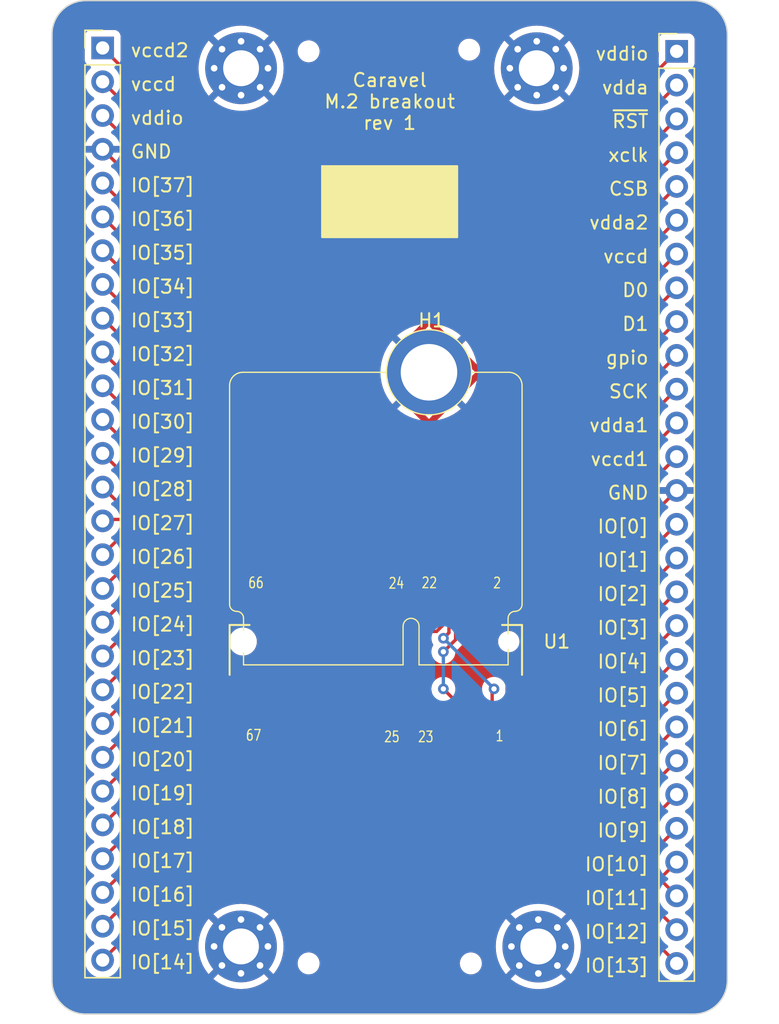
<source format=kicad_pcb>
(kicad_pcb (version 20221018) (generator pcbnew)
  (layers (0 "F.Cu" signal) (31 "B.Cu" signal) (34 "B.Paste" user) (35 "F.Paste" user) (36 "B.SilkS" user "B.Silkscreen") (37 "F.SilkS" user "F.Silkscreen") (38 "B.Mask" user) (39 "F.Mask" user) (44 "Edge.Cuts" user))
  (net 0 "")
  (net 1 "mprj_io[14]")
  (net 2 "mprj_io[15]")
  (net 3 "mprj_io[16]")
  (net 4 "mprj_io[17]")
  (net 5 "mprj_io[18]")
  (net 6 "mprj_io[19]")
  (net 7 "mprj_io[20]")
  (net 8 "mprj_io[21]")
  (net 9 "mprj_io[22]")
  (net 10 "mprj_io[23]")
  (net 11 "mprj_io[24]")
  (net 12 "mprj_io[25]")
  (net 13 "mprj_io[26]")
  (net 14 "mprj_io[27]")
  (net 15 "mprj_io[28]")
  (net 16 "mprj_io[29]")
  (net 17 "mprj_io[30]")
  (net 18 "mprj_io[31]")
  (net 19 "mprj_io[32]")
  (net 20 "mprj_io[33]")
  (net 21 "mprj_io[34]")
  (net 22 "mprj_io[35]")
  (net 23 "mprj_io[36]")
  (net 24 "mprj_io[37]")
  (net 25 "GND")
  (net 26 "vddio")
  (net 27 "vccd")
  (net 28 "mprj_io[13]")
  (net 29 "mprj_io[12]")
  (net 30 "mprj_io[11]")
  (net 31 "mprj_io[10]")
  (net 32 "mprj_io[9]")
  (net 33 "mprj_io[8]")
  (net 34 "mprj_io[7]")
  (net 35 "mprj_io[6]_ser_tx")
  (net 36 "mprj_io[5]_ser_rx")
  (net 37 "mprj_io[4]_SCK")
  (net 38 "mprj_io[3]_CSB")
  (net 39 "mprj_io[2]_SDI")
  (net 40 "mprj_io[1]_SDO")
  (net 41 "mprj_io[0]")
  (net 42 "vccd1")
  (net 43 "vdda1")
  (net 44 "Caravel_SCK")
  (net 45 "gpio")
  (net 46 "Caravel_D1")
  (net 47 "vccd2")
  (net 48 "Caravel_D0")
  (net 49 "vdda2")
  (net 50 "Caravel_CSB")
  (net 51 "xclk")
  (net 52 "~{RST}")
  (net 53 "vdda")
  (footprint "MountingHole:MountingHole_2.7mm_M2.5_Pad_Via" (layer "F.Cu") (at 115.817 121.913)
    (fp_text reference "H4" hide)
    (fp_text value "MountingHole")
  )
  (footprint "Fiducial:Fiducial_1mm_Mask3mm" (layer "F.Cu") (at 118.364 60.96)
    (fp_text reference "FID1" hide)
    (fp_text value "Fiducial")
  )
  (footprint "MountingHole:MountingHole_2.7mm_M2.5_Pad_Via" (layer "F.Cu") (at 138.183 121.92)
    (fp_text reference "H5" hide)
    (fp_text value "MountingHole")
  )
  (footprint "user:MicroMod-Standoff-SMTSO" (layer "F.Cu") (at 129.958825 78.742461)
    (fp_text reference "H1")
    (fp_text value "MICROMOD-Standoff-SMTSO")
  )
  (footprint "Fiducial:Fiducial_1mm_Mask3mm" (layer "F.Cu") (at 135.396 61.087)
    (fp_text reference "FID2" hide)
    (fp_text value "Fiducial")
  )
  (footprint "MountingHole:MountingHole_2.7mm_M2.5_Pad_Via" (layer "F.Cu") (at 115.824 55.88)
    (fp_text reference "H2" hide)
    (fp_text value "MountingHole")
  )
  (footprint "Fiducial:Fiducial_1mm_Mask3mm" (layer "F.Cu") (at 118.364 116.84)
    (fp_text reference "FID3" hide)
    (fp_text value "Fiducial")
  )
  (footprint "Connector_PinHeader_2.54mm:PinHeader_1x28_P2.54mm_Vertical" (layer "F.Cu") (at 148.59 54.61)
    (fp_text reference "J2" hide)
    (fp_text value "Conn_01x28_Female")
  )
  (footprint "user:M.2-CONNECTOR-E" (layer "F.Cu") (at 125.96 98.992272)
    (fp_text reference "U1")
    (fp_text value "caravel-M.2-card" hide)
  )
  (footprint "user:ToolingHole-JLCSMT" (layer "F.Cu") (at 133.11 123.19)
    (fp_text reference "H9" hide)
    (fp_text value "ToolingHole")
  )
  (footprint "user:ToolingHole-JLCSMT" (layer "F.Cu") (at 120.904 54.61)
    (fp_text reference "H6" hide)
    (fp_text value "ToolingHole")
  )
  (footprint "user:ToolingHole-JLCSMT" (layer "F.Cu") (at 132.983 54.483)
    (fp_text reference "H7" hide)
    (fp_text value "ToolingHole")
  )
  (footprint "user:ToolingHole-JLCSMT" (layer "F.Cu") (at 120.904 123.19)
    (fp_text reference "H8" hide)
    (fp_text value "ToolingHole")
  )
  (footprint "MountingHole:MountingHole_2.7mm_M2.5_Pad_Via" (layer "F.Cu") (at 138.063 55.88)
    (fp_text reference "H3" hide)
    (fp_text value "MountingHole")
  )
  (footprint "Connector_PinHeader_2.54mm:PinHeader_1x28_P2.54mm_Vertical" (layer "F.Cu") (at 105.41 54.356)
    (fp_text reference "J1" hide)
    (fp_text value "Conn_01x28_Female")
  )
  (gr_rect (start 121.92 63.246) (end 132.08 68.58) (stroke (width 0.15)) (fill solid) (layer "F.SilkS"))
  (gr_arc (start 104.14 127) (mid 102.343949 126.256051) (end 101.6 124.46) (stroke (width 0.1)) (layer "Edge.Cuts"))
  (gr_line (start 101.6 124.46) (end 101.6 53.34) (stroke (width 0.1)) (layer "Edge.Cuts"))
  (gr_arc (start 149.86 50.8) (mid 151.656051 51.543949) (end 152.4 53.34) (stroke (width 0.1)) (layer "Edge.Cuts"))
  (gr_line (start 104.14 50.8) (end 149.86 50.8) (stroke (width 0.1)) (layer "Edge.Cuts"))
  (gr_arc (start 101.6 53.34) (mid 102.343949 51.543949) (end 104.14 50.8) (stroke (width 0.1)) (layer "Edge.Cuts"))
  (gr_arc (start 152.4 124.46) (mid 151.656051 126.256051) (end 149.86 127) (stroke (width 0.1)) (layer "Edge.Cuts"))
  (gr_line (start 152.4 53.34) (end 152.4 124.46) (stroke (width 0.1)) (layer "Edge.Cuts"))
  (gr_line (start 149.86 127) (end 104.14 127) (stroke (width 0.1)) (layer "Edge.Cuts"))
  (gr_text "IO[32]" (at 107.442 77.978) (layer "F.SilkS") (effects (font (size 1 1)) (justify left bottom)))
  (gr_text "IO[10]" (at 146.558 116.332) (layer "F.SilkS") (effects (font (size 1 1)) (justify right bottom)))
  (gr_text "GND" (at 107.442 62.738) (layer "F.SilkS") (effects (font (size 1 1)) (justify left bottom)))
  (gr_text "vccd2" (at 107.442 55.118) (layer "F.SilkS") (effects (font (size 1 1)) (justify left bottom)))
  (gr_text "vccd1" (at 146.558 85.852) (layer "F.SilkS") (effects (font (size 1 1)) (justify right bottom)))
  (gr_text "IO[17]" (at 107.442 116.078) (layer "F.SilkS") (effects (font (size 1 1)) (justify left bottom)))
  (gr_text "IO[35]" (at 107.442 70.358) (layer "F.SilkS") (effects (font (size 1 1)) (justify left bottom)))
  (gr_text "vccd" (at 107.442 57.658) (layer "F.SilkS") (effects (font (size 1 1)) (justify left bottom)))
  (gr_text "IO[19]" (at 107.442 110.998) (layer "F.SilkS") (effects (font (size 1 1)) (justify left bottom)))
  (gr_text "IO[21]" (at 107.442 105.918) (layer "F.SilkS") (effects (font (size 1 1)) (justify left bottom)))
  (gr_text "IO[11]" (at 146.558 118.872) (layer "F.SilkS") (effects (font (size 1 1)) (justify right bottom)))
  (gr_text "vdda1" (at 146.558 83.312) (layer "F.SilkS") (effects (font (size 1 1)) (justify right bottom)))
  (gr_text "GND" (at 146.558 88.392) (layer "F.SilkS") (effects (font (size 1 1)) (justify right bottom)))
  (gr_text "IO[1]" (at 146.558 93.472) (layer "F.SilkS") (effects (font (size 1 1)) (justify right bottom)))
  (gr_text "IO[18]" (at 107.442 113.538) (layer "F.SilkS") (effects (font (size 1 1)) (justify left bottom)))
  (gr_text "D0" (at 146.558 73.152) (layer "F.SilkS") (effects (font (size 1 1)) (justify right bottom)))
  (gr_text "IO[34]" (at 107.442 72.898) (layer "F.SilkS") (effects (font (size 1 1)) (justify left bottom)))
  (gr_text "IO[4]" (at 146.558 101.092) (layer "F.SilkS") (effects (font (size 1 1)) (justify right bottom)))
  (gr_text "IO[3]" (at 146.558 98.552) (layer "F.SilkS") (effects (font (size 1 1)) (justify right bottom)))
  (gr_text "vddio" (at 107.442 60.198) (layer "F.SilkS") (effects (font (size 1 1)) (justify left bottom)))
  (gr_text "IO[2]" (at 146.558 96.012) (layer "F.SilkS") (effects (font (size 1 1)) (justify right bottom)))
  (gr_text "~{RST}" (at 146.558 60.452) (layer "F.SilkS") (effects (font (size 1 1)) (justify right bottom)))
  (gr_text "IO[0]" (at 146.558 90.932) (layer "F.SilkS") (effects (font (size 1 1)) (justify right bottom)))
  (gr_text "IO[9]" (at 146.558 113.792) (layer "F.SilkS") (effects (font (size 1 1)) (justify right bottom)))
  (gr_text "IO[16]" (at 107.442 118.618) (layer "F.SilkS") (effects (font (size 1 1)) (justify left bottom)))
  (gr_text "IO[33]" (at 107.442 75.438) (layer "F.SilkS") (effects (font (size 1 1)) (justify left bottom)))
  (gr_text "IO[15]" (at 107.442 121.158) (layer "F.SilkS") (effects (font (size 1 1)) (justify left bottom)))
  (gr_text "IO[25]" (at 107.442 95.758) (layer "F.SilkS") (effects (font (size 1 1)) (justify left bottom)))
  (gr_text "SCK" (at 146.558 80.772) (layer "F.SilkS") (effects (font (size 1 1)) (justify right bottom)))
  (gr_text "vdda" (at 146.558 57.912) (layer "F.SilkS") (effects (font (size 1 1)) (justify right bottom)))
  (gr_text "IO[27]" (at 107.442 90.678) (layer "F.SilkS") (effects (font (size 1 1)) (justify left bottom)))
  (gr_text "IO[31]" (at 107.442 80.518) (layer "F.SilkS") (effects (font (size 1 1)) (justify left bottom)))
  (gr_text "Caravel\nM.2 breakout\nrev 1" (at 127 60.579) (layer "F.SilkS") (effects (font (size 1 1)) (justify bottom)))
  (gr_text "IO[30]" (at 107.442 83.058) (layer "F.SilkS") (effects (font (size 1 1)) (justify left bottom)))
  (gr_text "IO[6]" (at 146.558 106.172) (layer "F.SilkS") (effects (font (size 1 1)) (justify right bottom)))
  (gr_text "IO[37]" (at 107.442 65.278) (layer "F.SilkS") (effects (font (size 1 1)) (justify left bottom)))
  (gr_text "vddio" (at 146.558 55.372) (layer "F.SilkS") (effects (font (size 1 1)) (justify right bottom)))
  (gr_text "IO[12]" (at 146.558 121.412) (layer "F.SilkS") (effects (font (size 1 1)) (justify right bottom)))
  (gr_text "IO[7]" (at 146.558 108.712) (layer "F.SilkS") (effects (font (size 1 1)) (justify right bottom)))
  (gr_text "CSB" (at 146.558 65.532) (layer "F.SilkS") (effects (font (size 1 1)) (justify right bottom)))
  (gr_text "IO[22]" (at 107.442 103.378) (layer "F.SilkS") (effects (font (size 1 1)) (justify left bottom)))
  (gr_text "vdda2" (at 146.558 68.072) (layer "F.SilkS") (effects (font (size 1 1)) (justify right bottom)))
  (gr_text "xclk" (at 146.558 62.992) (layer "F.SilkS") (effects (font (size 1 1)) (justify right bottom)))
  (gr_text "IO[20]" (at 107.442 108.458) (layer "F.SilkS") (effects (font (size 1 1)) (justify left bottom)))
  (gr_text "IO[28]" (at 107.442 88.138) (layer "F.SilkS") (effects (font (size 1 1)) (justify left bottom)))
  (gr_text "IO[29]" (at 107.442 85.598) (layer "F.SilkS") (effects (font (size 1 1)) (justify left bottom)))
  (gr_text "IO[23]" (at 107.442 100.838) (layer "F.SilkS") (effects (font (size 1 1)) (justify left bottom)))
  (gr_text "IO[26]" (at 107.442 93.218) (layer "F.SilkS") (effects (font (size 1 1)) (justify left bottom)))
  (gr_text "IO[24]" (at 107.442 98.298) (layer "F.SilkS") (effects (font (size 1 1)) (justify left bottom)))
  (gr_text "IO[8]" (at 146.558 111.252) (layer "F.SilkS") (effects (font (size 1 1)) (justify right bottom)))
  (gr_text "IO[36]" (at 107.442 67.818) (layer "F.SilkS") (effects (font (size 1 1)) (justify left bottom)))
  (gr_text "vccd" (at 146.558 70.612) (layer "F.SilkS") (effects (font (size 1 1)) (justify right bottom)))
  (gr_text "D1" (at 146.558 75.692) (layer "F.SilkS") (effects (font (size 1 1)) (justify right bottom)))
  (gr_text "gpio" (at 146.558 78.232) (layer "F.SilkS") (effects (font (size 1 1)) (justify right bottom)))
  (gr_text "IO[5]" (at 146.558 103.632) (layer "F.SilkS") (effects (font (size 1 1)) (justify right bottom)))
  (gr_text "IO[14]" (at 107.442 123.698) (layer "F.SilkS") (effects (font (size 1 1)) (justify left bottom)))
  (gr_text "IO[13]" (at 146.558 123.952) (layer "F.SilkS") (effects (font (size 1 1)) (justify right bottom)))
  (segment (start 114.5297 113.8163) (end 105.41 122.936) (width 0.25) (layer "F.Cu") (net 1))
  (segment (start 116.96 96.717272) (end 116.96 95.834572) (width 0.25) (layer "F.Cu") (net 1))
  (segment (start 114.7837 95.690272) (end 114.5297 95.944272) (width 0.25) (layer "F.Cu") (net 1))
  (segment (start 116.96 95.834572) (end 116.8157 95.690272) (width 0.25) (layer "F.Cu") (net 1))
  (segment (start 116.8157 95.690272) (end 114.7837 95.690272) (width 0.25) (layer "F.Cu") (net 1))
  (segment (start 114.5297 95.944272) (end 114.5297 113.8163) (width 0.25) (layer "F.Cu") (net 1))
  (segment (start 114.0797 95.757876) (end 114.0797 111.7263) (width 0.25) (layer "F.Cu") (net 2))
  (segment (start 117.46 96.717272) (end 117.46 95.692272) (width 0.25) (layer "F.Cu") (net 2))
  (segment (start 117.008 95.240272) (end 114.597304 95.240272) (width 0.25) (layer "F.Cu") (net 2))
  (segment (start 114.597304 95.240272) (end 114.0797 95.757876) (width 0.25) (layer "F.Cu") (net 2))
  (segment (start 114.0797 111.7263) (end 105.41 120.396) (width 0.25) (layer "F.Cu") (net 2))
  (segment (start 117.46 95.692272) (end 117.008 95.240272) (width 0.25) (layer "F.Cu") (net 2))
  (segment (start 117.194396 94.790272) (end 114.410908 94.790272) (width 0.25) (layer "F.Cu") (net 3))
  (segment (start 117.96 95.555876) (end 117.194396 94.790272) (width 0.25) (layer "F.Cu") (net 3))
  (segment (start 117.96 96.717272) (end 117.96 95.555876) (width 0.25) (layer "F.Cu") (net 3))
  (segment (start 113.6297 95.57148) (end 113.6297 109.6363) (width 0.25) (layer "F.Cu") (net 3))
  (segment (start 114.410908 94.790272) (end 113.6297 95.57148) (width 0.25) (layer "F.Cu") (net 3))
  (segment (start 113.6297 109.6363) (end 105.41 117.856) (width 0.25) (layer "F.Cu") (net 3))
  (segment (start 117.380792 94.340272) (end 114.224512 94.340272) (width 0.25) (layer "F.Cu") (net 4))
  (segment (start 118.46 96.717272) (end 118.46 95.41948) (width 0.25) (layer "F.Cu") (net 4))
  (segment (start 118.46 95.41948) (end 117.380792 94.340272) (width 0.25) (layer "F.Cu") (net 4))
  (segment (start 113.1797 107.5463) (end 105.41 115.316) (width 0.25) (layer "F.Cu") (net 4))
  (segment (start 113.1797 95.385084) (end 113.1797 107.5463) (width 0.25) (layer "F.Cu") (net 4))
  (segment (start 114.224512 94.340272) (end 113.1797 95.385084) (width 0.25) (layer "F.Cu") (net 4))
  (segment (start 118.96 95.283084) (end 117.567188 93.890272) (width 0.25) (layer "F.Cu") (net 5))
  (segment (start 112.7297 105.4563) (end 105.41 112.776) (width 0.25) (layer "F.Cu") (net 5))
  (segment (start 118.96 96.717272) (end 118.96 95.283084) (width 0.25) (layer "F.Cu") (net 5))
  (segment (start 117.567188 93.890272) (end 114.038116 93.890272) (width 0.25) (layer "F.Cu") (net 5))
  (segment (start 112.7297 95.198688) (end 112.7297 105.4563) (width 0.25) (layer "F.Cu") (net 5))
  (segment (start 114.038116 93.890272) (end 112.7297 95.198688) (width 0.25) (layer "F.Cu") (net 5))
  (segment (start 112.2797 95.012292) (end 112.2797 103.3663) (width 0.25) (layer "F.Cu") (net 6))
  (segment (start 112.2797 103.3663) (end 105.41 110.236) (width 0.25) (layer "F.Cu") (net 6))
  (segment (start 119.46 95.146688) (end 117.717584 93.404272) (width 0.25) (layer "F.Cu") (net 6))
  (segment (start 113.88772 93.404272) (end 112.2797 95.012292) (width 0.25) (layer "F.Cu") (net 6))
  (segment (start 117.717584 93.404272) (end 113.88772 93.404272) (width 0.25) (layer "F.Cu") (net 6))
  (segment (start 119.46 96.717272) (end 119.46 95.146688) (width 0.25) (layer "F.Cu") (net 6))
  (segment (start 113.701324 92.954272) (end 111.8297 94.825896) (width 0.25) (layer "F.Cu") (net 7))
  (segment (start 119.96 95.010292) (end 117.90398 92.954272) (width 0.25) (layer "F.Cu") (net 7))
  (segment (start 111.8297 94.825896) (end 111.8297 101.2763) (width 0.25) (layer "F.Cu") (net 7))
  (segment (start 111.8297 101.2763) (end 105.41 107.696) (width 0.25) (layer "F.Cu") (net 7))
  (segment (start 119.96 96.717272) (end 119.96 95.010292) (width 0.25) (layer "F.Cu") (net 7))
  (segment (start 117.90398 92.954272) (end 113.701324 92.954272) (width 0.25) (layer "F.Cu") (net 7))
  (segment (start 120.46 94.873896) (end 118.090376 92.504272) (width 0.25) (layer "F.Cu") (net 8))
  (segment (start 120.46 96.717272) (end 120.46 94.873896) (width 0.25) (layer "F.Cu") (net 8))
  (segment (start 111.3797 94.6395) (end 111.3797 99.1863) (width 0.25) (layer "F.Cu") (net 8))
  (segment (start 113.514928 92.504272) (end 111.3797 94.6395) (width 0.25) (layer "F.Cu") (net 8))
  (segment (start 111.3797 99.1863) (end 105.41 105.156) (width 0.25) (layer "F.Cu") (net 8))
  (segment (start 118.090376 92.504272) (end 113.514928 92.504272) (width 0.25) (layer "F.Cu") (net 8))
  (segment (start 120.96 94.7375) (end 118.276772 92.054272) (width 0.25) (layer "F.Cu") (net 9))
  (segment (start 110.9297 97.0963) (end 105.41 102.616) (width 0.25) (layer "F.Cu") (net 9))
  (segment (start 118.276772 92.054272) (end 113.328532 92.054272) (width 0.25) (layer "F.Cu") (net 9))
  (segment (start 113.328532 92.054272) (end 110.9297 94.453104) (width 0.25) (layer "F.Cu") (net 9))
  (segment (start 110.9297 94.453104) (end 110.9297 97.0963) (width 0.25) (layer "F.Cu") (net 9))
  (segment (start 120.96 96.717272) (end 120.96 94.7375) (width 0.25) (layer "F.Cu") (net 9))
  (segment (start 110.4797 94.266708) (end 110.4797 95.0063) (width 0.25) (layer "F.Cu") (net 10))
  (segment (start 118.463168 91.604272) (end 113.142136 91.604272) (width 0.25) (layer "F.Cu") (net 10))
  (segment (start 121.46 96.717272) (end 121.46 94.601104) (width 0.25) (layer "F.Cu") (net 10))
  (segment (start 113.142136 91.604272) (end 110.4797 94.266708) (width 0.25) (layer "F.Cu") (net 10))
  (segment (start 121.46 94.601104) (end 118.463168 91.604272) (width 0.25) (layer "F.Cu") (net 10))
  (segment (start 110.4797 95.0063) (end 105.41 100.076) (width 0.25) (layer "F.Cu") (net 10))
  (segment (start 121.96 96.717272) (end 121.96 94.464708) (width 0.25) (layer "F.Cu") (net 11))
  (segment (start 118.649564 91.154272) (end 111.791728 91.154272) (width 0.25) (layer "F.Cu") (net 11))
  (segment (start 111.791728 91.154272) (end 105.41 97.536) (width 0.25) (layer "F.Cu") (net 11))
  (segment (start 121.96 94.464708) (end 118.649564 91.154272) (width 0.25) (layer "F.Cu") (net 11))
  (segment (start 122.46 94.328312) (end 118.83596 90.704272) (width 0.25) (layer "F.Cu") (net 12))
  (segment (start 109.701728 90.704272) (end 105.41 94.996) (width 0.25) (layer "F.Cu") (net 12))
  (segment (start 118.83596 90.704272) (end 109.701728 90.704272) (width 0.25) (layer "F.Cu") (net 12))
  (segment (start 122.46 96.717272) (end 122.46 94.328312) (width 0.25) (layer "F.Cu") (net 12))
  (segment (start 119.022356 90.254272) (end 107.611728 90.254272) (width 0.25) (layer "F.Cu") (net 13))
  (segment (start 107.611728 90.254272) (end 105.41 92.456) (width 0.25) (layer "F.Cu") (net 13))
  (segment (start 122.96 94.191916) (end 119.022356 90.254272) (width 0.25) (layer "F.Cu") (net 13))
  (segment (start 122.96 96.717272) (end 122.96 94.191916) (width 0.25) (layer "F.Cu") (net 13))
  (segment (start 123.46 96.717272) (end 123.46 94.05552) (width 0.25) (layer "F.Cu") (net 14))
  (segment (start 105.521728 89.804272) (end 105.41 89.916) (width 0.25) (layer "F.Cu") (net 14))
  (segment (start 123.46 94.05552) (end 119.208752 89.804272) (width 0.25) (layer "F.Cu") (net 14))
  (segment (start 119.208752 89.804272) (end 105.521728 89.804272) (width 0.25) (layer "F.Cu") (net 14))
  (segment (start 119.395148 89.354272) (end 107.388272 89.354272) (width 0.25) (layer "F.Cu") (net 15))
  (segment (start 107.388272 89.354272) (end 105.41 87.376) (width 0.25) (layer "F.Cu") (net 15))
  (segment (start 123.96 96.717272) (end 123.96 93.919124) (width 0.25) (layer "F.Cu") (net 15))
  (segment (start 123.96 93.919124) (end 119.395148 89.354272) (width 0.25) (layer "F.Cu") (net 15))
  (segment (start 124.46 93.782728) (end 119.581544 88.904272) (width 0.25) (layer "F.Cu") (net 16))
  (segment (start 109.478272 88.904272) (end 105.41 84.836) (width 0.25) (layer "F.Cu") (net 16))
  (segment (start 119.581544 88.904272) (end 109.478272 88.904272) (width 0.25) (layer "F.Cu") (net 16))
  (segment (start 124.46 96.717272) (end 124.46 93.782728) (width 0.25) (layer "F.Cu") (net 16))
  (segment (start 124.96 93.646332) (end 119.76794 88.454272) (width 0.25) (layer "F.Cu") (net 17))
  (segment (start 111.568272 88.454272) (end 105.41 82.296) (width 0.25) (layer "F.Cu") (net 17))
  (segment (start 124.96 96.717272) (end 124.96 93.646332) (width 0.25) (layer "F.Cu") (net 17))
  (segment (start 119.76794 88.454272) (end 111.568272 88.454272) (width 0.25) (layer "F.Cu") (net 17))
  (segment (start 125.46 96.717272) (end 125.46 93.509936) (width 0.25) (layer "F.Cu") (net 18))
  (segment (start 113.658272 88.004272) (end 105.41 79.756) (width 0.25) (layer "F.Cu") (net 18))
  (segment (start 119.954336 88.004272) (end 113.658272 88.004272) (width 0.25) (layer "F.Cu") (net 18))
  (segment (start 125.46 93.509936) (end 119.954336 88.004272) (width 0.25) (layer "F.Cu") (net 18))
  (segment (start 120.140732 87.554272) (end 115.748272 87.554272) (width 0.25) (layer "F.Cu") (net 19))
  (segment (start 125.96 93.37354) (end 120.140732 87.554272) (width 0.25) (layer "F.Cu") (net 19))
  (segment (start 125.96 96.717272) (end 125.96 93.37354) (width 0.25) (layer "F.Cu") (net 19))
  (segment (start 115.748272 87.554272) (end 105.41 77.216) (width 0.25) (layer "F.Cu") (net 19))
  (segment (start 120.327128 87.104272) (end 117.838272 87.104272) (width 0.25) (layer "F.Cu") (net 20))
  (segment (start 126.46 96.717272) (end 126.46 93.237144) (width 0.25) (layer "F.Cu") (net 20))
  (segment (start 126.46 93.237144) (end 120.327128 87.104272) (width 0.25) (layer "F.Cu") (net 20))
  (segment (start 117.838272 87.104272) (end 105.41 74.676) (width 0.25) (layer "F.Cu") (net 20))
  (segment (start 119.888 86.614) (end 105.41 72.136) (width 0.25) (layer "F.Cu") (net 21))
  (segment (start 126.96 96.717272) (end 126.96 93.100748) (width 0.25) (layer "F.Cu") (net 21))
  (segment (start 126.96 93.100748) (end 120.473252 86.614) (width 0.25) (layer "F.Cu") (net 21))
  (segment (start 120.473252 86.614) (end 119.888 86.614) (width 0.25) (layer "F.Cu") (net 21))
  (segment (start 127.46 91.646) (end 105.41 69.596) (width 0.25) (layer "F.Cu") (net 22))
  (segment (start 127.46 96.717272) (end 127.46 91.646) (width 0.25) (layer "F.Cu") (net 22))
  (segment (start 129.96 96.717272) (end 129.96 91.606) (width 0.25) (layer "F.Cu") (net 23))
  (segment (start 129.96 91.606) (end 105.41 67.056) (width 0.25) (layer "F.Cu") (net 23))
  (segment (start 130.46 89.566) (end 105.41 64.516) (width 0.25) (layer "F.Cu") (net 24))
  (segment (start 130.46 96.717272) (end 130.46 89.566) (width 0.25) (layer "F.Cu") (net 24))
  (segment (start 143.6897 107.647116) (end 143.6897 92.5303) (width 0.25) (layer "F.Cu") (net 25))
  (segment (start 124.107898 80.673898) (end 105.41 61.976) (width 0.25) (layer "F.Cu") (net 25))
  (segment (start 132.46 97.872572) (end 132.8177 98.230272) (width 0.25) (layer "F.Cu") (net 25))
  (segment (start 124.107898 81.774866) (end 124.107898 80.673898) (width 0.25) (layer "F.Cu") (net 25))
  (segment (start 130.5317 98.230272) (end 130.0237 98.230272) (width 0.25) (layer "F.Cu") (net 25))
  (segment (start 130.96 96.717272) (end 130.96 88.626968) (width 0.25) (layer "F.Cu") (net 25))
  (segment (start 126.21 105.478668) (end 132.373604 111.642272) (width 0.25) (layer "F.Cu") (net 25))
  (segment (start 132.373604 111.642272) (end 139.694544 111.642272) (width 0.25) (layer "F.Cu") (net 25))
  (segment (start 132.46 96.717272) (end 132.46 97.872572) (width 0.25) (layer "F.Cu") (net 25))
  (segment (start 130.96 96.717272) (end 130.96 97.801972) (width 0.25) (layer "F.Cu") (net 25))
  (segment (start 130.96 97.801972) (end 130.5317 98.230272) (width 0.25) (layer "F.Cu") (net 25))
  (segment (start 126.21 102.551972) (end 126.2137 102.548272) (width 0.25) (layer "F.Cu") (net 25))
  (segment (start 139.694544 111.642272) (end 143.6897 107.647116) (width 0.25) (layer "F.Cu") (net 25))
  (segment (start 130.96 88.626968) (end 124.107898 81.774866) (width 0.25) (layer "F.Cu") (net 25))
  (segment (start 126.21 104.267272) (end 126.21 102.551972) (width 0.25) (layer "F.Cu") (net 25))
  (segment (start 143.6897 92.5303) (end 148.59 87.63) (width 0.25) (layer "F.Cu") (net 25))
  (segment (start 126.21 104.267272) (end 126.21 105.478668) (width 0.25) (layer "F.Cu") (net 25))
  (segment (start 134.71 102.687972) (end 134.71 104.267272) (width 0.25) (layer "F.Cu") (net 26))
  (segment (start 124.557898 81.58847) (end 124.557898 78.583898) (width 0.25) (layer "F.Cu") (net 26))
  (segment (start 134.8497 102.548272) (end 134.71 102.687972) (width 0.25) (layer "F.Cu") (net 26))
  (segment (start 137.8397 105.223968) (end 137.8397 65.3603) (width 0.25) (layer "F.Cu") (net 26))
  (segment (start 131.46 96.717272) (end 131.46 98.32657) (width 0.25) (layer "F.Cu") (net 26))
  (segment (start 134.71 105.342272) (end 135.16 105.792272) (width 0.25) (layer "F.Cu") (net 26))
  (segment (start 124.557898 78.583898) (end 105.41 59.436) (width 0.25) (layer "F.Cu") (net 26))
  (segment (start 137.8397 65.3603) (end 148.59 54.61) (width 0.25) (layer "F.Cu") (net 26))
  (segment (start 131.46 96.717272) (end 131.46 88.490572) (width 0.25) (layer "F.Cu") (net 26))
  (segment (start 135.16 105.792272) (end 137.271396 105.792272) (width 0.25) (layer "F.Cu") (net 26))
  (segment (start 131.46 98.32657) (end 131.043999 98.742571) (width 0.25) (layer "F.Cu") (net 26))
  (segment (start 137.271396 105.792272) (end 137.8397 105.223968) (width 0.25) (layer "F.Cu") (net 26))
  (segment (start 131.46 88.490572) (end 124.557898 81.58847) (width 0.25) (layer "F.Cu") (net 26))
  (segment (start 134.71 104.267272) (end 134.71 105.342272) (width 0.25) (layer "F.Cu") (net 26))
  (via (at 131.043999 98.742571) (size 0.8) (drill 0.4) (layers "F.Cu" "B.Cu") (net 26))
  (via (at 134.8497 102.548272) (size 0.8) (drill 0.4) (layers "F.Cu" "B.Cu") (net 26))
  (segment (start 134.8497 102.538967) (end 134.8497 102.548272) (width 0.25) (layer "B.Cu") (net 26))
  (segment (start 131.043999 98.742571) (end 131.053304 98.742571) (width 0.25) (layer "B.Cu") (net 26))
  (segment (start 131.053304 98.742571) (end 134.8497 102.538967) (width 0.25) (layer "B.Cu") (net 26))
  (segment (start 140.5397 106.342344) (end 140.5397 77.9003) (width 0.25) (layer "F.Cu") (net 27))
  (segment (start 131.96 96.717272) (end 131.96 88.354176) (width 0.25) (layer "F.Cu") (net 27))
  (segment (start 125.007898 81.402074) (end 125.007898 76.493898) (width 0.25) (layer "F.Cu") (net 27))
  (segment (start 138.389772 108.492272) (end 140.5397 106.342344) (width 0.25) (layer "F.Cu") (net 27))
  (segment (start 131.71 106.160648) (end 134.041624 108.492272) (width 0.25) (layer "F.Cu") (net 27))
  (segment (start 131.96 88.354176) (end 125.007898 81.402074) (width 0.25) (layer "F.Cu") (net 27))
  (segment (start 131.0397 102.548272) (end 131.71 103.218572) (width 0.25) (layer "F.Cu") (net 27))
  (segment (start 125.007898 76.493898) (end 105.41 56.896) (width 0.25) (layer "F.Cu") (net 27))
  (segment (start 131.057603 99.754272) (end 131.0397 99.754272) (width 0.25) (layer "F.Cu") (net 27))
  (segment (start 131.71 103.218572) (end 131.71 104.267272) (width 0.25) (layer "F.Cu") (net 27))
  (segment (start 131.96 96.717272) (end 131.96 98.851875) (width 0.25) (layer "F.Cu") (net 27))
  (segment (start 131.71 104.267272) (end 131.71 106.160648) (width 0.25) (layer "F.Cu") (net 27))
  (segment (start 131.96 98.851875) (end 131.057603 99.754272) (width 0.25) (layer "F.Cu") (net 27))
  (segment (start 140.5397 77.9003) (end 148.59 69.85) (width 0.25) (layer "F.Cu") (net 27))
  (segment (start 134.041624 108.492272) (end 138.389772 108.492272) (width 0.25) (layer "F.Cu") (net 27))
  (via (at 131.0397 102.548272) (size 0.8) (drill 0.4) (layers "F.Cu" "B.Cu") (net 27))
  (via (at 131.0397 99.754272) (size 0.8) (drill 0.4) (layers "F.Cu" "B.Cu") (net 27))
  (segment (start 131.0397 99.754272) (end 131.0397 102.548272) (width 0.25) (layer "B.Cu") (net 27))
  (segment (start 116.71 104.267272) (end 116.71 107.11542) (width 0.25) (layer "F.Cu") (net 28))
  (segment (start 143.342272 117.942272) (end 148.59 123.19) (width 0.25) (layer "F.Cu") (net 28))
  (segment (start 127.536852 117.942272) (end 143.342272 117.942272) (width 0.25) (layer "F.Cu") (net 28))
  (segment (start 116.71 107.11542) (end 127.536852 117.942272) (width 0.25) (layer "F.Cu") (net 28))
  (segment (start 117.21 104.267272) (end 117.21 106.979024) (width 0.25) (layer "F.Cu") (net 29))
  (segment (start 127.723248 117.492272) (end 145.432272 117.492272) (width 0.25) (layer "F.Cu") (net 29))
  (segment (start 117.21 106.979024) (end 127.723248 117.492272) (width 0.25) (layer "F.Cu") (net 29))
  (segment (start 145.432272 117.492272) (end 148.59 120.65) (width 0.25) (layer "F.Cu") (net 29))
  (segment (start 127.909644 117.042272) (end 147.522272 117.042272) (width 0.25) (layer "F.Cu") (net 30))
  (segment (start 147.522272 117.042272) (end 148.59 118.11) (width 0.25) (layer "F.Cu") (net 30))
  (segment (start 117.71 106.842628) (end 127.909644 117.042272) (width 0.25) (layer "F.Cu") (net 30))
  (segment (start 117.71 104.267272) (end 117.71 106.842628) (width 0.25) (layer "F.Cu") (net 30))
  (segment (start 128.09604 116.592272) (end 147.567728 116.592272) (width 0.25) (layer "F.Cu") (net 31))
  (segment (start 118.21 104.267272) (end 118.21 106.706232) (width 0.25) (layer "F.Cu") (net 31))
  (segment (start 147.567728 116.592272) (end 148.59 115.57) (width 0.25) (layer "F.Cu") (net 31))
  (segment (start 118.21 106.706232) (end 128.09604 116.592272) (width 0.25) (layer "F.Cu") (net 31))
  (segment (start 118.71 106.569836) (end 128.282436 116.142272) (width 0.25) (layer "F.Cu") (net 32))
  (segment (start 128.282436 116.142272) (end 145.477728 116.142272) (width 0.25) (layer "F.Cu") (net 32))
  (segment (start 118.71 104.267272) (end 118.71 106.569836) (width 0.25) (layer "F.Cu") (net 32))
  (segment (start 145.477728 116.142272) (end 148.59 113.03) (width 0.25) (layer "F.Cu") (net 32))
  (segment (start 143.387728 115.692272) (end 148.59 110.49) (width 0.25) (layer "F.Cu") (net 33))
  (segment (start 119.21 104.267272) (end 119.21 106.43344) (width 0.25) (layer "F.Cu") (net 33))
  (segment (start 128.468832 115.692272) (end 143.387728 115.692272) (width 0.25) (layer "F.Cu") (net 33))
  (segment (start 119.21 106.43344) (end 128.468832 115.692272) (width 0.25) (layer "F.Cu") (net 33))
  (segment (start 119.71 104.267272) (end 119.71 106.297044) (width 0.25) (layer "F.Cu") (net 34))
  (segment (start 119.71 106.297044) (end 128.655228 115.242272) (width 0.25) (layer "F.Cu") (net 34))
  (segment (start 141.297728 115.242272) (end 148.59 107.95) (width 0.25) (layer "F.Cu") (net 34))
  (segment (start 128.655228 115.242272) (end 141.297728 115.242272) (width 0.25) (layer "F.Cu") (net 34))
  (segment (start 120.21 104.267272) (end 120.21 106.160648) (width 0.25) (layer "F.Cu") (net 35))
  (segment (start 128.841624 114.792272) (end 141.02768 114.792272) (width 0.25) (layer "F.Cu") (net 35))
  (segment (start 141.02768 114.792272) (end 146.8397 108.980252) (width 0.25) (layer "F.Cu") (net 35))
  (segment (start 146.8397 107.1603) (end 148.59 105.41) (width 0.25) (layer "F.Cu") (net 35))
  (segment (start 146.8397 108.980252) (end 146.8397 107.1603) (width 0.25) (layer "F.Cu") (net 35))
  (segment (start 120.21 106.160648) (end 128.841624 114.792272) (width 0.25) (layer "F.Cu") (net 35))
  (segment (start 129.02802 114.342272) (end 140.841284 114.342272) (width 0.25) (layer "F.Cu") (net 36))
  (segment (start 146.3897 108.793856) (end 146.3897 105.0703) (width 0.25) (layer "F.Cu") (net 36))
  (segment (start 120.71 104.267272) (end 120.71 106.024252) (width 0.25) (layer "F.Cu") (net 36))
  (segment (start 140.841284 114.342272) (end 146.3897 108.793856) (width 0.25) (layer "F.Cu") (net 36))
  (segment (start 146.3897 105.0703) (end 148.59 102.87) (width 0.25) (layer "F.Cu") (net 36))
  (segment (start 120.71 106.024252) (end 129.02802 114.342272) (width 0.25) (layer "F.Cu") (net 36))
  (segment (start 145.9397 102.9803) (end 148.59 100.33) (width 0.25) (layer "F.Cu") (net 37))
  (segment (start 145.9397 108.60746) (end 145.9397 102.9803) (width 0.25) (layer "F.Cu") (net 37))
  (segment (start 129.214416 113.892272) (end 140.654888 113.892272) (width 0.25) (layer "F.Cu") (net 37))
  (segment (start 121.21 105.887856) (end 129.214416 113.892272) (width 0.25) (layer "F.Cu") (net 37))
  (segment (start 121.21 104.267272) (end 121.21 105.887856) (width 0.25) (layer "F.Cu") (net 37))
  (segment (start 140.654888 113.892272) (end 145.9397 108.60746) (width 0.25) (layer "F.Cu") (net 37))
  (segment (start 129.400812 113.442272) (end 140.468492 113.442272) (width 0.25) (layer "F.Cu") (net 38))
  (segment (start 145.4897 100.8903) (end 148.59 97.79) (width 0.25) (layer "F.Cu") (net 38))
  (segment (start 140.468492 113.442272) (end 145.4897 108.421064) (width 0.25) (layer "F.Cu") (net 38))
  (segment (start 121.71 104.267272) (end 121.71 105.75146) (width 0.25) (layer "F.Cu") (net 38))
  (segment (start 121.71 105.75146) (end 129.400812 113.442272) (width 0.25) (layer "F.Cu") (net 38))
  (segment (start 145.4897 108.421064) (end 145.4897 100.8903) (width 0.25) (layer "F.Cu") (net 38))
  (segment (start 145.0397 98.8003) (end 148.59 95.25) (width 0.25) (layer "F.Cu") (net 39))
  (segment (start 122.21 105.615064) (end 129.587208 112.992272) (width 0.25) (layer "F.Cu") (net 39))
  (segment (start 145.0397 108.234668) (end 145.0397 98.8003) (width 0.25) (layer "F.Cu") (net 39))
  (segment (start 140.282096 112.992272) (end 145.0397 108.234668) (width 0.25) (layer "F.Cu") (net 39))
  (segment (start 129.587208 112.992272) (end 140.282096 112.992272) (width 0.25) (layer "F.Cu") (net 39))
  (segment (start 122.21 104.267272) (end 122.21 105.615064) (width 0.25) (layer "F.Cu") (net 39))
  (segment (start 122.71 104.267272) (end 122.71 105.478668) (width 0.25) (layer "F.Cu") (net 40))
  (segment (start 140.0957 112.542272) (end 144.5897 108.048272) (width 0.25) (layer "F.Cu") (net 40))
  (segment (start 144.5897 108.048272) (end 144.5897 96.7103) (width 0.25) (layer "F.Cu") (net 40))
  (segment (start 129.773604 112.542272) (end 140.0957 112.542272) (width 0.25) (layer "F.Cu") (net 40))
  (segment (start 144.5897 96.7103) (end 148.59 92.71) (width 0.25) (layer "F.Cu") (net 40))
  (segment (start 122.71 105.478668) (end 129.773604 112.542272) (width 0.25) (layer "F.Cu") (net 40))
  (segment (start 129.96 112.092272) (end 139.88094 112.092272) (width 0.25) (layer "F.Cu") (net 41))
  (segment (start 123.21 104.267272) (end 123.21 105.342272) (width 0.25) (layer "F.Cu") (net 41))
  (segment (start 139.88094 112.092272) (end 144.1397 107.833512) (width 0.25) (layer "F.Cu") (net 41))
  (segment (start 123.21 105.342272) (end 129.96 112.092272) (width 0.25) (layer "F.Cu") (net 41))
  (segment (start 144.1397 94.6203) (end 148.59 90.17) (width 0.25) (layer "F.Cu") (net 41))
  (segment (start 144.1397 107.833512) (end 144.1397 94.6203) (width 0.25) (layer "F.Cu") (net 41))
  (segment (start 143.2397 90.4403) (end 148.59 85.09) (width 0.25) (layer "F.Cu") (net 42))
  (segment (start 132.56 111.192272) (end 139.508148 111.192272) (width 0.25) (layer "F.Cu") (net 42))
  (segment (start 143.2397 107.46072) (end 143.2397 90.4403) (width 0.25) (layer "F.Cu") (net 42))
  (segment (start 139.508148 111.192272) (end 143.2397 107.46072) (width 0.25) (layer "F.Cu") (net 42))
  (segment (start 126.71 104.267272) (end 126.71 105.342272) (width 0.25) (layer "F.Cu") (net 42))
  (segment (start 126.71 105.342272) (end 132.56 111.192272) (width 0.25) (layer "F.Cu") (net 42))
  (segment (start 127.21 104.892272) (end 133.06 110.742272) (width 0.25) (layer "F.Cu") (net 43))
  (segment (start 133.06 110.742272) (end 139.321752 110.742272) (width 0.25) (layer "F.Cu") (net 43))
  (segment (start 127.21 104.267272) (end 127.21 104.892272) (width 0.25) (layer "F.Cu") (net 43))
  (segment (start 142.7897 107.274324) (end 142.7897 88.3503) (width 0.25) (layer "F.Cu") (net 43))
  (segment (start 139.321752 110.742272) (end 142.7897 107.274324) (width 0.25) (layer "F.Cu") (net 43))
  (segment (start 142.7897 88.3503) (end 148.59 82.55) (width 0.25) (layer "F.Cu") (net 43))
  (segment (start 139.135356 110.292272) (end 142.3397 107.087928) (width 0.25) (layer "F.Cu") (net 44))
  (segment (start 133.29604 110.292272) (end 139.135356 110.292272) (width 0.25) (layer "F.Cu") (net 44))
  (segment (start 142.3397 86.2603) (end 148.59 80.01) (width 0.25) (layer "F.Cu") (net 44))
  (segment (start 142.3397 107.087928) (end 142.3397 86.2603) (width 0.25) (layer "F.Cu") (net 44))
  (segment (start 129.71 106.706232) (end 133.29604 110.292272) (width 0.25) (layer "F.Cu") (net 44))
  (segment (start 129.71 104.267272) (end 129.71 106.706232) (width 0.25) (layer "F.Cu") (net 44))
  (segment (start 130.21 106.569836) (end 133.482436 109.842272) (width 0.25) (layer "F.Cu") (net 45))
  (segment (start 138.94896 109.842272) (end 141.8897 106.901532) (width 0.25) (layer "F.Cu") (net 45))
  (segment (start 141.8897 106.901532) (end 141.8897 84.1703) (width 0.25) (layer "F.Cu") (net 45))
  (segment (start 133.482436 109.842272) (end 138.94896 109.842272) (width 0.25) (layer "F.Cu") (net 45))
  (segment (start 130.21 104.267272) (end 130.21 106.569836) (width 0.25) (layer "F.Cu") (net 45))
  (segment (start 141.8897 84.1703) (end 148.59 77.47) (width 0.25) (layer "F.Cu") (net 45))
  (segment (start 130.71 106.43344) (end 133.668832 109.392272) (width 0.25) (layer "F.Cu") (net 46))
  (segment (start 141.4397 82.0803) (end 148.59 74.93) (width 0.25) (layer "F.Cu") (net 46))
  (segment (start 130.71 104.267272) (end 130.71 106.43344) (width 0.25) (layer "F.Cu") (net 46))
  (segment (start 138.762564 109.392272) (end 141.4397 106.715136) (width 0.25) (layer "F.Cu") (net 46))
  (segment (start 133.668832 109.392272) (end 138.762564 109.392272) (width 0.25) (layer "F.Cu") (net 46))
  (segment (start 141.4397 106.715136) (end 141.4397 82.0803) (width 0.25) (layer "F.Cu") (net 46))
  (segment (start 135.21 104.892272) (end 135.66 105.342272) (width 0.25) (layer "F.Cu") (net 47))
  (segment (start 137.3897 93.14748) (end 125.457898 81.215678) (width 0.25) (layer "F.Cu") (net 47))
  (segment (start 137.085 105.342272) (end 137.3897 105.037572) (width 0.25) (layer "F.Cu") (net 47))
  (segment (start 125.457898 81.215678) (end 125.457898 74.403898) (width 0.25) (layer "F.Cu") (net 47))
  (segment (start 135.66 105.342272) (end 137.085 105.342272) (width 0.25) (layer "F.Cu") (net 47))
  (segment (start 125.457898 74.403898) (end 105.41 54.356) (width 0.25) (layer "F.Cu") (net 47))
  (segment (start 137.3897 105.037572) (end 137.3897 93.14748) (width 0.25) (layer "F.Cu") (net 47))
  (segment (start 135.21 104.267272) (end 135.21 104.892272) (width 0.25) (layer "F.Cu") (net 47))
  (segment (start 140.9897 79.9903) (end 148.59 72.39) (width 0.25) (layer "F.Cu") (net 48))
  (segment (start 133.855228 108.942272) (end 138.576168 108.942272) (width 0.25) (layer "F.Cu") (net 48))
  (segment (start 138.576168 108.942272) (end 140.9897 106.52874) (width 0.25) (layer "F.Cu") (net 48))
  (segment (start 131.21 104.267272) (end 131.21 106.297044) (width 0.25) (layer "F.Cu") (net 48))
  (segment (start 140.9897 106.52874) (end 140.9897 79.9903) (width 0.25) (layer "F.Cu") (net 48))
  (segment (start 131.21 106.297044) (end 133.855228 108.942272) (width 0.25) (layer "F.Cu") (net 48))
  (segment (start 140.0897 106.155948) (end 140.0897 75.8103) (width 0.25) (layer "F.Cu") (net 49))
  (segment (start 138.203376 108.042272) (end 140.0897 106.155948) (width 0.25) (layer "F.Cu") (net 49))
  (segment (start 132.21 104.267272) (end 132.21 106.024252) (width 0.25) (layer "F.Cu") (net 49))
  (segment (start 140.0897 75.8103) (end 148.59 67.31) (width 0.25) (layer "F.Cu") (net 49))
  (segment (start 132.21 106.024252) (end 134.22802 108.042272) (width 0.25) (layer "F.Cu") (net 49))
  (segment (start 134.22802 108.042272) (end 138.203376 108.042272) (width 0.25) (layer "F.Cu") (net 49))
  (segment (start 139.6397 73.7203) (end 148.59 64.77) (width 0.25) (layer "F.Cu") (net 50))
  (segment (start 138.01698 107.592272) (end 139.6397 105.969552) (width 0.25) (layer "F.Cu") (net 50))
  (segment (start 132.71 105.887856) (end 134.414416 107.592272) (width 0.25) (layer "F.Cu") (net 50))
  (segment (start 134.414416 107.592272) (end 138.01698 107.592272) (width 0.25) (layer "F.Cu") (net 50))
  (segment (start 132.71 104.267272) (end 132.71 105.887856) (width 0.25) (layer "F.Cu") (net 50))
  (segment (start 139.6397 105.969552) (end 139.6397 73.7203) (width 0.25) (layer "F.Cu") (net 50))
  (segment (start 134.600812 107.142272) (end 137.830584 107.142272) (width 0.25) (layer "F.Cu") (net 51))
  (segment (start 139.1897 71.6303) (end 148.59 62.23) (width 0.25) (layer "F.Cu") (net 51))
  (segment (start 137.830584 107.142272) (end 139.1897 105.783156) (width 0.25) (layer "F.Cu") (net 51))
  (segment (start 133.21 105.75146) (end 134.600812 107.142272) (width 0.25) (layer "F.Cu") (net 51))
  (segment (start 133.21 104.267272) (end 133.21 105.75146) (width 0.25) (layer "F.Cu") (net 51))
  (segment (start 139.1897 105.783156) (end 139.1897 71.6303) (width 0.25) (layer "F.Cu") (net 51))
  (segment (start 133.71 104.267272) (end 133.71 105.615064) (width 0.25) (layer "F.Cu") (net 52))
  (segment (start 133.71 105.615064) (end 134.787208 106.692272) (width 0.25) (layer "F.Cu") (net 52))
  (segment (start 134.787208 106.692272) (end 137.644188 106.692272) (width 0.25) (layer "F.Cu") (net 52))
  (segment (start 137.644188 106.692272) (end 138.7397 105.59676) (width 0.25) (layer "F.Cu") (net 52))
  (segment (start 138.7397 105.59676) (end 138.7397 69.5403) (width 0.25) (layer "F.Cu") (net 52))
  (segment (start 138.7397 69.5403) (end 148.59 59.69) (width 0.25) (layer "F.Cu") (net 52))
  (segment (start 138.2897 67.4503) (end 148.59 57.15) (width 0.25) (layer "F.Cu") (net 53))
  (segment (start 134.21 104.267272) (end 134.21 105.478668) (width 0.25) (layer "F.Cu") (net 53))
  (segment (start 138.2897 105.410364) (end 138.2897 67.4503) (width 0.25) (layer "F.Cu") (net 53))
  (segment (start 134.21 105.478668) (end 134.973604 106.242272) (width 0.25) (layer "F.Cu") (net 53))
  (segment (start 134.973604 106.242272) (end 137.457792 106.242272) (width 0.25) (layer "F.Cu") (net 53))
  (segment (start 137.457792 106.242272) (end 138.2897 105.410364) (width 0.25) (layer "F.Cu") (net 53))
  (zone (net 25) (net_name "GND") (layer "F.Cu") (connect_pads (clearance 0.5)) (min_thickness 0.25) (fill yes (thermal_gap 0.5) (thermal_bridge_width 0.5))
    (polygon (pts (xy 101.6 50.8) (xy 152.4 50.8) (xy 152.4 127) (xy 101.6 127)))
  )
  (zone (net 25) (net_name "GND") (layer "B.Cu") (priority 1) (connect_pads (clearance 0.5)) (min_thickness 0.25) (fill yes (thermal_gap 0.5) (thermal_bridge_width 0.5))
    (polygon (pts (xy 101.6 50.8) (xy 152.4 50.8) (xy 152.4 127) (xy 101.6 127)))
  )
)
</source>
